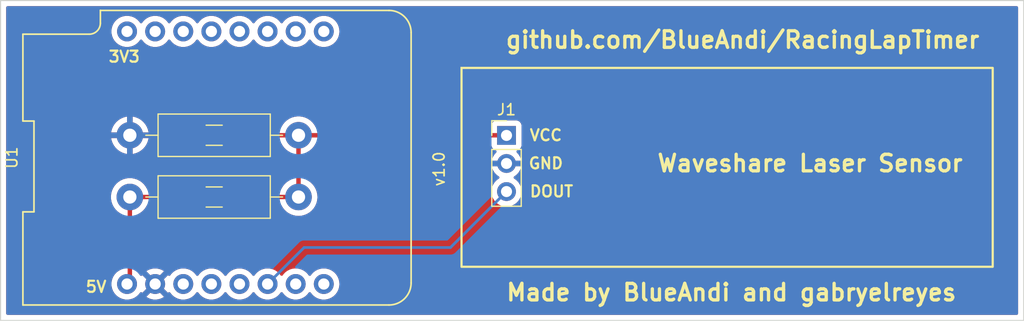
<source format=kicad_pcb>
(kicad_pcb (version 20211014) (generator pcbnew)
  (layers (0 "F.Cu" signal) (31 "B.Cu" signal) (34 "B.Paste" user) (35 "F.Paste" user) (36 "B.SilkS" user "B.Silkscreen") (37 "F.SilkS" user "F.Silkscreen") (38 "B.Mask" user) (39 "F.Mask" user) (44 "Edge.Cuts" user))
  (net 0 "")
  (net 1 "/Laser/Laser_3V3")
  (net 2 "GND")
  (net 3 "/Laser/Laser_DOUT")
  (net 4 "/MCU/V_USB")
  (footprint "Connector_PinHeader_2.54mm:PinHeader_1x03_P2.54mm_Vertical" (layer "F.Cu") (at 146.304 85.359)
    (fp_text reference "J1" (at 0 -2.33) (layer "F.SilkS"))
    (fp_text value "Conn_01x03" hide)
    (fp_line (start -1.33 -1.33) (end 0 -1.33) (layer "F.SilkS") (width 0.12))
    (fp_line (start -1.33 0) (end -1.33 -1.33) (layer "F.SilkS") (width 0.12))
    (fp_line (start -1.33 1.27) (end -1.33 6.41) (layer "F.SilkS") (width 0.12))
    (fp_line (start -1.33 1.27) (end 1.33 1.27) (layer "F.SilkS") (width 0.12))
    (fp_line (start 1.33 1.27) (end 1.33 6.41) (layer "F.SilkS") (width 0.12))
    (fp_line (start -1.33 6.41) (end 1.33 6.41) (layer "F.SilkS") (width 0.12))
    (pad "1" thru_hole rect (at 0 0) (size 1.7 1.7) (drill 1) (layers *.Cu *.Mask) (net 1 "/Laser/Laser_3V3"))
    (pad "2" thru_hole oval (at 0 2.54) (size 1.7 1.7) (drill 1) (layers *.Cu *.Mask) (net 2 "GND"))
    (pad "3" thru_hole oval (at 0 5.08) (size 1.7 1.7) (drill 1) (layers *.Cu *.Mask) (net 3 "/Laser/Laser_DOUT"))
  )
  (footprint "Resistor_SMD:R_1206_3216Metric" (layer "F.Cu") (at 119.888 85.344 180)
    (fp_text reference "R4" hide)
    (fp_text value "910" hide)
    (fp_line (start -0.727064 -0.91) (end 0.727064 -0.91) (layer "F.SilkS") (width 0.12))
    (fp_line (start -0.727064 0.91) (end 0.727064 0.91) (layer "F.SilkS") (width 0.12))
    (pad "1" smd roundrect (at -1.4625 0 180) (size 1.125 1.75) (layers "F.Cu" "F.Paste" "F.Mask") (roundrect_rratio 0.222222) (net 1 "/Laser/Laser_3V3"))
    (pad "2" smd roundrect (at 1.4625 0 180) (size 1.125 1.75) (layers "F.Cu" "F.Paste" "F.Mask") (roundrect_rratio 0.222222) (net 2 "GND"))
  )
  (footprint "wemos-d1-mini:wemos-d1-mini-with-pin-header-and-connector" (layer "F.Cu") (at 120.904 87.376)
    (fp_text reference "U1" (at -19.3 0 90) (layer "F.SilkS"))
    (fp_text value "WeMos_D1_mini")
    (fp_line (start -17.3 -3.32) (end -17.3 4.9) (layer "F.SilkS") (width 0.15))
    (fp_line (start 16.78 11.33) (end 16.78 -11.33) (layer "F.SilkS") (width 0.15))
    (fp_line (start -18.3 4.9) (end -18.3 13.329999) (layer "F.SilkS") (width 0.15))
    (fp_line (start -11.3 -13.33) (end -11.3 -13.33) (layer "F.SilkS") (width 0.15))
    (fp_line (start -18.3 -11.18) (end -18.3 -3.32) (layer "F.SilkS") (width 0.15))
    (fp_line (start -18.3 -3.32) (end -17.3 -3.32) (layer "F.SilkS") (width 0.15))
    (fp_line (start 14.78 -13.33) (end -11.3 -13.33) (layer "F.SilkS") (width 0.15))
    (fp_line (start -18.3 13.33) (end 14.78 13.33) (layer "F.SilkS") (width 0.15))
    (fp_line (start -18.3 -11.18) (end -12.3 -11.18) (layer "F.SilkS") (width 0.15))
    (fp_line (start -17.3 4.9) (end -18.3 4.9) (layer "F.SilkS") (width 0.15))
    (fp_line (start -11.3 -12.17) (end -11.3 -13.33) (layer "F.SilkS") (width 0.15))
    (fp_arc (start 14.78 -13.33) (mid 16.194214 -12.744214) (end 16.78 -11.33) (layer "F.SilkS") (width 0.15))
    (fp_arc (start 16.78 11.33) (mid 16.194214 12.744214) (end 14.78 13.33) (layer "F.SilkS") (width 0.15))
    (fp_arc (start -11.3 -12.18) (mid -11.592893 -11.472893) (end -12.3 -11.18) (layer "F.SilkS") (width 0.15))
    (pad "1" thru_hole circle (at 8.89 -11.43) (size 1.8 1.8) (drill 1.016) (layers *.Cu *.Mask))
    (pad "2" thru_hole circle (at 6.35 -11.43) (size 1.8 1.8) (drill 1.016) (layers *.Cu *.Mask))
    (pad "3" thru_hole circle (at 3.81 -11.43) (size 1.8 1.8) (drill 1.016) (layers *.Cu *.Mask))
    (pad "4" thru_hole circle (at 1.27 -11.43) (size 1.8 1.8) (drill 1.016) (layers *.Cu *.Mask))
    (pad "5" thru_hole circle (at -1.27 -11.43) (size 1.8 1.8) (drill 1.016) (layers *.Cu *.Mask))
    (pad "6" thru_hole circle (at -3.81 -11.43 90) (size 1.8 1.8) (drill 1.016) (layers *.Cu *.Mask))
    (pad "7" thru_hole circle (at -6.35 -11.43) (size 1.8 1.8) (drill 1.016) (layers *.Cu *.Mask))
    (pad "8" thru_hole circle (at -8.89 -11.43) (size 1.8 1.8) (drill 1.016) (layers *.Cu *.Mask))
    (pad "9" thru_hole circle (at -8.89 11.43) (size 1.8 1.8) (drill 1.016) (layers *.Cu *.Mask) (net 4 "/MCU/V_USB"))
    (pad "10" thru_hole circle (at -6.35 11.43) (size 1.8 1.8) (drill 1.016) (layers *.Cu *.Mask) (net 2 "GND"))
    (pad "11" thru_hole circle (at -3.81 11.43) (size 1.8 1.8) (drill 1.016) (layers *.Cu *.Mask))
    (pad "12" thru_hole circle (at -1.27 11.43) (size 1.8 1.8) (drill 1.016) (layers *.Cu *.Mask))
    (pad "13" thru_hole circle (at 1.27 11.43) (size 1.8 1.8) (drill 1.016) (layers *.Cu *.Mask))
    (pad "14" thru_hole circle (at 3.81 11.43) (size 1.8 1.8) (drill 1.016) (layers *.Cu *.Mask) (net 3 "/Laser/Laser_DOUT"))
    (pad "15" thru_hole circle (at 6.35 11.43) (size 1.8 1.8) (drill 1.016) (layers *.Cu *.Mask))
    (pad "16" thru_hole circle (at 8.89 11.43) (size 1.8 1.8) (drill 1.016) (layers *.Cu *.Mask))
  )
  (footprint "Resistor_THT:R_Axial_DIN0411_L9.9mm_D3.6mm_P15.24mm_Horizontal" (layer "F.Cu") (at 127.508 85.344 180)
    (fp_text reference "R2" hide)
    (fp_text value "910")
    (fp_line (start 12.69 1.92) (end 12.69 -1.92) (layer "F.SilkS") (width 0.12))
    (fp_line (start 12.69 -1.92) (end 2.55 -1.92) (layer "F.SilkS") (width 0.12))
    (fp_line (start 1.44 0) (end 2.55 0) (layer "F.SilkS") (width 0.12))
    (fp_line (start 2.55 -1.92) (end 2.55 1.92) (layer "F.SilkS") (width 0.12))
    (fp_line (start 13.8 0) (end 12.69 0) (layer "F.SilkS") (width 0.12))
    (fp_line (start 2.55 1.92) (end 12.69 1.92) (layer "F.SilkS") (width 0.12))
    (pad "1" thru_hole circle (at 0 0 180) (size 2.4 2.4) (drill 1.2) (layers *.Cu *.Mask) (net 1 "/Laser/Laser_3V3"))
    (pad "2" thru_hole oval (at 15.24 0 180) (size 2.4 2.4) (drill 1.2) (layers *.Cu *.Mask) (net 2 "GND"))
  )
  (footprint "Resistor_SMD:R_1206_3216Metric" (layer "F.Cu") (at 119.888 90.932)
    (fp_text reference "R3" hide)
    (fp_text value "470" hide)
    (fp_line (start -0.727064 -0.91) (end 0.727064 -0.91) (layer "F.SilkS") (width 0.12))
    (fp_line (start -0.727064 0.91) (end 0.727064 0.91) (layer "F.SilkS") (width 0.12))
    (pad "1" smd roundrect (at -1.4625 0) (size 1.125 1.75) (layers "F.Cu" "F.Paste" "F.Mask") (roundrect_rratio 0.222222) (net 4 "/MCU/V_USB"))
    (pad "2" smd roundrect (at 1.4625 0) (size 1.125 1.75) (layers "F.Cu" "F.Paste" "F.Mask") (roundrect_rratio 0.222222) (net 1 "/Laser/Laser_3V3"))
  )
  (footprint "Resistor_THT:R_Axial_DIN0411_L9.9mm_D3.6mm_P15.24mm_Horizontal" (layer "F.Cu") (at 112.268 90.932)
    (fp_text reference "R1" hide)
    (fp_text value "470")
    (fp_line (start 12.69 1.92) (end 12.69 -1.92) (layer "F.SilkS") (width 0.12))
    (fp_line (start 13.8 0) (end 12.69 0) (layer "F.SilkS") (width 0.12))
    (fp_line (start 2.55 -1.92) (end 2.55 1.92) (layer "F.SilkS") (width 0.12))
    (fp_line (start 2.55 1.92) (end 12.69 1.92) (layer "F.SilkS") (width 0.12))
    (fp_line (start 12.69 -1.92) (end 2.55 -1.92) (layer "F.SilkS") (width 0.12))
    (fp_line (start 1.44 0) (end 2.55 0) (layer "F.SilkS") (width 0.12))
    (pad "1" thru_hole circle (at 0 0) (size 2.4 2.4) (drill 1.2) (layers *.Cu *.Mask) (net 4 "/MCU/V_USB"))
    (pad "2" thru_hole oval (at 15.24 0) (size 2.4 2.4) (drill 1.2) (layers *.Cu *.Mask) (net 1 "/Laser/Laser_3V3"))
  )
  (gr_rect (start 142.24 79.248) (end 190.24 97.248) (layer "F.SilkS") (width 0.2) (fill none))
  (gr_rect (start 100.584 73.152) (end 193.04 102.108) (layer "Edge.Cuts") (width 0.1) (fill none))
  (gr_text "Waveshare Laser Sensor" (at 173.736 87.884) (layer "F.SilkS") (effects (font (size 1.5 1.5) (thickness 0.3))))
  (gr_text "5V" (at 109.22 99.06) (layer "F.SilkS") (effects (font (size 1 1) (thickness 0.2))))
  (gr_text "v1.0" (at 140.208 88.392 90) (layer "F.SilkS") (effects (font (size 1 1))))
  (gr_text "GND" (at 149.86 87.884) (layer "F.SilkS") (effects (font (size 1 1) (thickness 0.2))))
  (gr_text "github.com/BlueAndi/RacingLapTimer" (at 167.64 76.708) (layer "F.SilkS") (effects (font (size 1.5 1.5) (thickness 0.3))))
  (gr_text "Made by BlueAndi and gabryelreyes" (at 166.624 99.568) (layer "F.SilkS") (effects (font (size 1.5 1.5) (thickness 0.3))))
  (gr_text "VCC" (at 149.86 85.344) (layer "F.SilkS") (effects (font (size 1 1) (thickness 0.2))))
  (gr_text "3V3" (at 111.76 78.232) (layer "F.SilkS") (effects (font (size 1 1) (thickness 0.2))))
  (gr_text "DOUT" (at 150.368 90.424) (layer "F.SilkS") (effects (font (size 1 1) (thickness 0.2))))
  (segment (start 121.3505 90.932) (end 127.508 90.932) (width 0.4) (layer "F.Cu") (net 1))
  (segment (start 146.289 85.344) (end 146.304 85.359) (width 0.4) (layer "F.Cu") (net 1))
  (segment (start 121.3505 85.344) (end 127.508 85.344) (width 0.4) (layer "F.Cu") (net 1))
  (segment (start 127.508 90.932) (end 127.508 85.344) (width 0.4) (layer "F.Cu") (net 1))
  (segment (start 127.508 85.344) (end 146.289 85.344) (width 0.4) (layer "F.Cu") (net 1))
  (segment (start 141.239 95.504) (end 146.304 90.439) (width 0.25) (layer "B.Cu") (net 3))
  (segment (start 124.714 98.806) (end 128.016 95.504) (width 0.25) (layer "B.Cu") (net 3))
  (segment (start 128.016 95.504) (end 141.239 95.504) (width 0.25) (layer "B.Cu") (net 3))
  (segment (start 112.268 90.932) (end 112.268 98.552) (width 0.4) (layer "F.Cu") (net 4))
  (segment (start 112.268 98.552) (end 112.014 98.806) (width 0.25) (layer "F.Cu") (net 4))
  (segment (start 118.4255 90.932) (end 112.268 90.932) (width 0.4) (layer "F.Cu") (net 4))
  (zone (net 2) (net_name "GND") (layers F&B.Cu) (connect_pads (clearance 0.508)) (min_thickness 0.254) (fill yes (thermal_gap 0.508) (thermal_bridge_width 0.508))
    (polygon (pts (xy 193.04 102.108) (xy 100.584 102.108) (xy 100.584 73.152) (xy 193.04 73.152)))
  )
)
</source>
